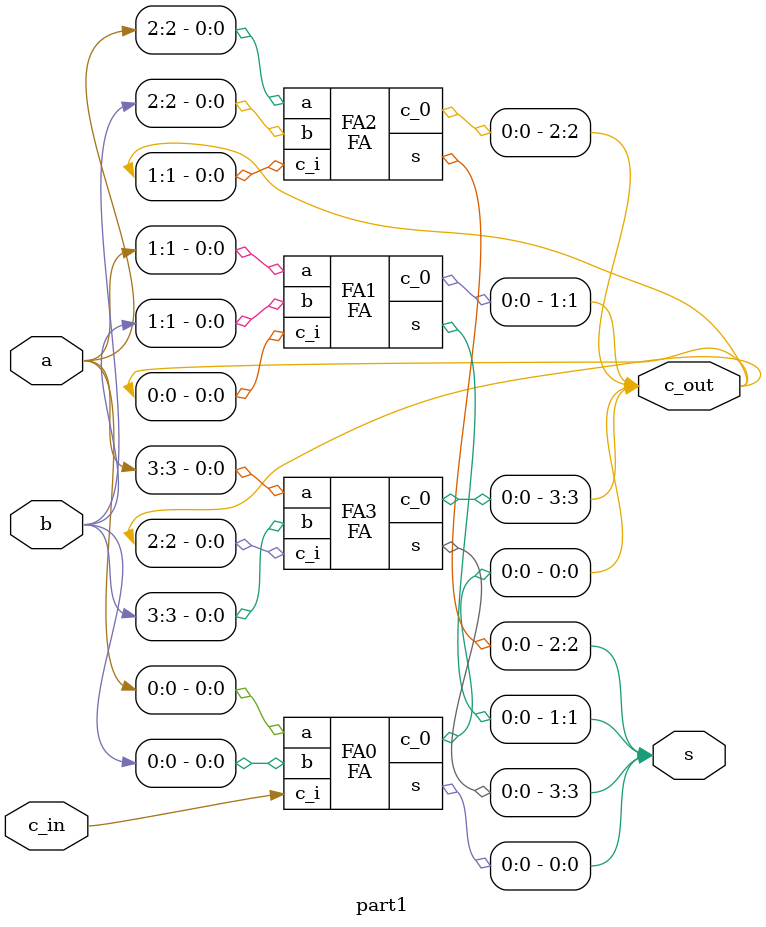
<source format=sv>
module mux2to1(input logic MuxSelect, input logic [1:0] MuxIn, output logic Out);
		always_comb // declare always_comb block
		begin
			case ( MuxSelect ) // start case statement
				1'b0 : Out = MuxIn [0]; // Case 0
				1'b1 : Out = MuxIn [1]; // Case 1
				default : Out = 0; // Default Case set arbitrarily
			endcase
		end
endmodule

module FA(input logic a, b, c_i, output logic c_0, s);
		logic w1;
		
		assign w1 = a ^ b;
		assign s = w1 ^ c_i;
		
		mux2to1 C1(
			.MuxSelect(w1),
			.MuxIn({c_i, b}),
			.Out(c_0)
		);
		
endmodule


module part1(input logic [3:0] a, b, input logic c_in, output logic [3:0] s, c_out);		
		FA FA0(
			.a(a[0]),
			.b(b[0]),
			.c_i(c_in),
			.c_0(c_out[0]),
			.s(s[0])
		);
		
		FA FA1(
			.a(a[1]),
			.b(b[1]),
			.c_i(c_out[0]),
			.c_0(c_out[1]),
			.s(s[1])
		);
		
		FA FA2(
			.a(a[2]),
			.b(b[2]),
			.c_i(c_out[1]),
			.c_0(c_out[2]),
			.s(s[2])
		);
		
		FA FA3(
			.a(a[3]),
			.b(b[3]),
			.c_i(c_out[2]),
			.c_0(c_out[3]),
			.s(s[3])
		);
endmodule

</source>
